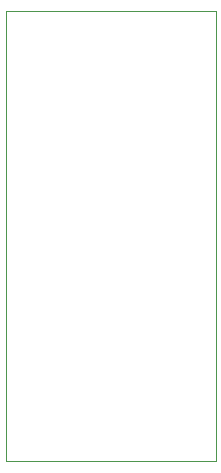
<source format=gbr>
%TF.GenerationSoftware,KiCad,Pcbnew,(5.1.6)-1*%
%TF.CreationDate,2022-03-03T14:21:22-05:00*%
%TF.ProjectId,lcd_connector,6c63645f-636f-46e6-9e65-63746f722e6b,rev?*%
%TF.SameCoordinates,Original*%
%TF.FileFunction,Profile,NP*%
%FSLAX46Y46*%
G04 Gerber Fmt 4.6, Leading zero omitted, Abs format (unit mm)*
G04 Created by KiCad (PCBNEW (5.1.6)-1) date 2022-03-03 14:21:22*
%MOMM*%
%LPD*%
G01*
G04 APERTURE LIST*
%TA.AperFunction,Profile*%
%ADD10C,0.050000*%
%TD*%
G04 APERTURE END LIST*
D10*
X0Y0D02*
X0Y38100000D01*
X17780000Y0D02*
X0Y0D01*
X17780000Y38100000D02*
X17780000Y0D01*
X0Y38100000D02*
X17780000Y38100000D01*
M02*

</source>
